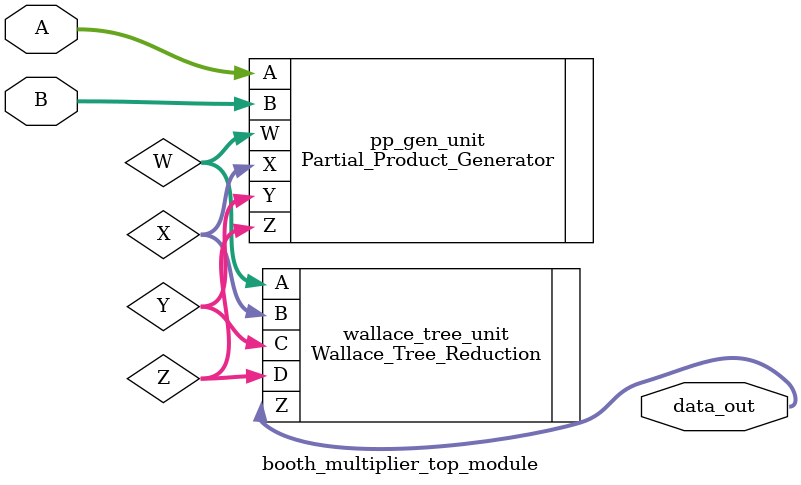
<source format=sv>
`timescale 1ns / 1ps


module booth_multiplier_top_module(
    input  logic [7:0] A, B,     // A: Multiplicand, B: Multiplier
    output logic [15:0] data_out // 16-bit Product
);

    // Wires to connect the two stages
    logic [15:0] W, X, Y, Z;

    
    // Instantiate the generator
    Partial_Product_Generator pp_gen_unit (
        .A(A),        // Multiplicand
        .B(B),        // Multiplier
        .W(W),        // PP0
        .X(X),        // PP1
        .Y(Y),        // PP2
        .Z(Z)         // PP3
    );

    //  Stage 2: Wallace Tree Reduction 
    
    Wallace_Tree_Reduction wallace_tree_unit (
        .A(W),        // PP0
        .B(X),        // PP1
        .C(Y),        // PP2
        .D(Z),        // PP3
        .Z(data_out)  // Final 16-bit Product
    );
    
endmodule


</source>
